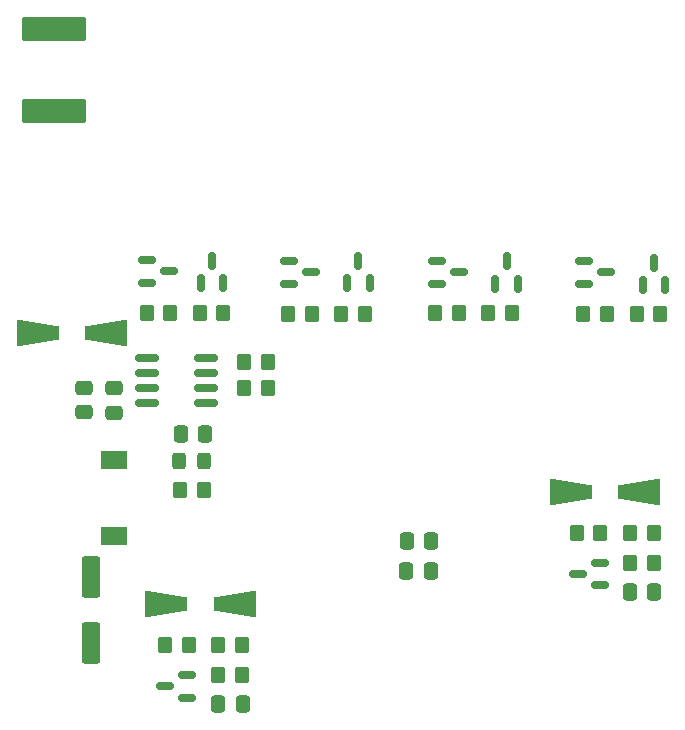
<source format=gbr>
%TF.GenerationSoftware,KiCad,Pcbnew,8.0.2-1*%
%TF.CreationDate,2024-05-28T09:05:20+02:00*%
%TF.ProjectId,Antenna Rotator,416e7465-6e6e-4612-9052-6f7461746f72,rev?*%
%TF.SameCoordinates,Original*%
%TF.FileFunction,Paste,Top*%
%TF.FilePolarity,Positive*%
%FSLAX46Y46*%
G04 Gerber Fmt 4.6, Leading zero omitted, Abs format (unit mm)*
G04 Created by KiCad (PCBNEW 8.0.2-1) date 2024-05-28 09:05:20*
%MOMM*%
%LPD*%
G01*
G04 APERTURE LIST*
G04 Aperture macros list*
%AMRoundRect*
0 Rectangle with rounded corners*
0 $1 Rounding radius*
0 $2 $3 $4 $5 $6 $7 $8 $9 X,Y pos of 4 corners*
0 Add a 4 corners polygon primitive as box body*
4,1,4,$2,$3,$4,$5,$6,$7,$8,$9,$2,$3,0*
0 Add four circle primitives for the rounded corners*
1,1,$1+$1,$2,$3*
1,1,$1+$1,$4,$5*
1,1,$1+$1,$6,$7*
1,1,$1+$1,$8,$9*
0 Add four rect primitives between the rounded corners*
20,1,$1+$1,$2,$3,$4,$5,0*
20,1,$1+$1,$4,$5,$6,$7,0*
20,1,$1+$1,$6,$7,$8,$9,0*
20,1,$1+$1,$8,$9,$2,$3,0*%
%AMOutline4P*
0 Free polygon, 4 corners , with rotation*
0 The origin of the aperture is its center*
0 number of corners: always 4*
0 $1 to $8 corner X, Y*
0 $9 Rotation angle, in degrees counterclockwise*
0 create outline with 4 corners*
4,1,4,$1,$2,$3,$4,$5,$6,$7,$8,$1,$2,$9*%
G04 Aperture macros list end*
%ADD10RoundRect,0.150000X-0.587500X-0.150000X0.587500X-0.150000X0.587500X0.150000X-0.587500X0.150000X0*%
%ADD11R,2.200000X1.500000*%
%ADD12RoundRect,0.150000X0.825000X0.150000X-0.825000X0.150000X-0.825000X-0.150000X0.825000X-0.150000X0*%
%ADD13RoundRect,0.250000X0.475000X-0.337500X0.475000X0.337500X-0.475000X0.337500X-0.475000X-0.337500X0*%
%ADD14RoundRect,0.250000X0.350000X0.450000X-0.350000X0.450000X-0.350000X-0.450000X0.350000X-0.450000X0*%
%ADD15RoundRect,0.250000X-0.550000X1.500000X-0.550000X-1.500000X0.550000X-1.500000X0.550000X1.500000X0*%
%ADD16RoundRect,0.250000X-0.350000X-0.450000X0.350000X-0.450000X0.350000X0.450000X-0.350000X0.450000X0*%
%ADD17RoundRect,0.250000X0.337500X0.475000X-0.337500X0.475000X-0.337500X-0.475000X0.337500X-0.475000X0*%
%ADD18RoundRect,0.250001X-2.474999X0.799999X-2.474999X-0.799999X2.474999X-0.799999X2.474999X0.799999X0*%
%ADD19Outline4P,-1.800000X-1.150000X1.800000X-0.550000X1.800000X0.550000X-1.800000X1.150000X0.000000*%
%ADD20Outline4P,-1.800000X-1.150000X1.800000X-0.550000X1.800000X0.550000X-1.800000X1.150000X180.000000*%
%ADD21RoundRect,0.150000X0.587500X0.150000X-0.587500X0.150000X-0.587500X-0.150000X0.587500X-0.150000X0*%
%ADD22RoundRect,0.250000X-0.337500X-0.475000X0.337500X-0.475000X0.337500X0.475000X-0.337500X0.475000X0*%
%ADD23RoundRect,0.250000X-0.325000X-0.450000X0.325000X-0.450000X0.325000X0.450000X-0.325000X0.450000X0*%
%ADD24RoundRect,0.150000X0.150000X-0.587500X0.150000X0.587500X-0.150000X0.587500X-0.150000X-0.587500X0*%
G04 APERTURE END LIST*
D10*
%TO.C,D8*%
X175500000Y-69500000D03*
X175500000Y-71400000D03*
X177375000Y-70450000D03*
%TD*%
D11*
%TO.C,L1*%
X160655000Y-86335000D03*
X160655000Y-92735000D03*
%TD*%
D12*
%TO.C,U1*%
X168475000Y-81505000D03*
X168475000Y-80235000D03*
X168475000Y-78965000D03*
X168475000Y-77695000D03*
X163525000Y-77695000D03*
X163525000Y-78965000D03*
X163525000Y-80235000D03*
X163525000Y-81505000D03*
%TD*%
D13*
%TO.C,C1*%
X160655000Y-82317500D03*
X160655000Y-80242500D03*
%TD*%
D14*
%TO.C,R17*%
X202437500Y-74000000D03*
X200437500Y-74000000D03*
%TD*%
D15*
%TO.C,C4*%
X158750000Y-96260000D03*
X158750000Y-101860000D03*
%TD*%
D14*
%TO.C,R14*%
X165450000Y-73875000D03*
X163450000Y-73875000D03*
%TD*%
%TO.C,R7*%
X206375000Y-92550000D03*
X204375000Y-92550000D03*
%TD*%
%TO.C,R10*%
X169950000Y-73875000D03*
X167950000Y-73875000D03*
%TD*%
D16*
%TO.C,R4*%
X165000000Y-102000000D03*
X167000000Y-102000000D03*
%TD*%
D14*
%TO.C,R8*%
X171500000Y-104500000D03*
X169500000Y-104500000D03*
%TD*%
%TO.C,R15*%
X177437500Y-74000000D03*
X175437500Y-74000000D03*
%TD*%
D10*
%TO.C,D7*%
X163512500Y-69425000D03*
X163512500Y-71325000D03*
X165387500Y-70375000D03*
%TD*%
D17*
%TO.C,C8*%
X206412500Y-97550000D03*
X204337500Y-97550000D03*
%TD*%
D14*
%TO.C,R1*%
X173720000Y-80264000D03*
X171720000Y-80264000D03*
%TD*%
D18*
%TO.C,F1*%
X155575000Y-49865000D03*
X155575000Y-56815000D03*
%TD*%
D19*
%TO.C,D1*%
X154220000Y-75565000D03*
D20*
X160020000Y-75565000D03*
%TD*%
D17*
%TO.C,C6*%
X187537500Y-93200000D03*
X185462500Y-93200000D03*
%TD*%
D21*
%TO.C,D6*%
X201875000Y-96950000D03*
X201875000Y-95050000D03*
X200000000Y-96000000D03*
%TD*%
D22*
%TO.C,C5*%
X185425000Y-95700000D03*
X187500000Y-95700000D03*
%TD*%
D23*
%TO.C,D2*%
X166234000Y-86400000D03*
X168284000Y-86400000D03*
%TD*%
D14*
%TO.C,R12*%
X194375000Y-73900000D03*
X192375000Y-73900000D03*
%TD*%
D17*
%TO.C,C3*%
X168423500Y-84100000D03*
X166348500Y-84100000D03*
%TD*%
D20*
%TO.C,D3*%
X170900000Y-98500000D03*
D19*
X165100000Y-98500000D03*
%TD*%
D14*
%TO.C,R13*%
X206937500Y-74000000D03*
X204937500Y-74000000D03*
%TD*%
D24*
%TO.C,Q4*%
X205437500Y-71500000D03*
X207337500Y-71500000D03*
X206387500Y-69625000D03*
%TD*%
D16*
%TO.C,R2*%
X171720000Y-78000000D03*
X173720000Y-78000000D03*
%TD*%
D14*
%TO.C,R9*%
X206375000Y-95050000D03*
X204375000Y-95050000D03*
%TD*%
D13*
%TO.C,C2*%
X158155000Y-82280000D03*
X158155000Y-80205000D03*
%TD*%
D20*
%TO.C,D4*%
X205175000Y-89050000D03*
D19*
X199375000Y-89050000D03*
%TD*%
D24*
%TO.C,Q1*%
X168050000Y-71375000D03*
X169950000Y-71375000D03*
X169000000Y-69500000D03*
%TD*%
D14*
%TO.C,R6*%
X171500000Y-102000000D03*
X169500000Y-102000000D03*
%TD*%
D21*
%TO.C,D5*%
X166875000Y-106450000D03*
X166875000Y-104550000D03*
X165000000Y-105500000D03*
%TD*%
D24*
%TO.C,Q3*%
X192975000Y-71400000D03*
X194875000Y-71400000D03*
X193925000Y-69525000D03*
%TD*%
D16*
%TO.C,R5*%
X199875000Y-92550000D03*
X201875000Y-92550000D03*
%TD*%
D14*
%TO.C,R11*%
X181937500Y-74000000D03*
X179937500Y-74000000D03*
%TD*%
D10*
%TO.C,D10*%
X200500000Y-69500000D03*
X200500000Y-71400000D03*
X202375000Y-70450000D03*
%TD*%
D14*
%TO.C,R3*%
X168275000Y-88900000D03*
X166275000Y-88900000D03*
%TD*%
D10*
%TO.C,D9*%
X188000000Y-69500000D03*
X188000000Y-71400000D03*
X189875000Y-70450000D03*
%TD*%
D17*
%TO.C,C7*%
X171575000Y-107000000D03*
X169500000Y-107000000D03*
%TD*%
D14*
%TO.C,R16*%
X189875000Y-73900000D03*
X187875000Y-73900000D03*
%TD*%
D24*
%TO.C,Q2*%
X180425000Y-71387500D03*
X182325000Y-71387500D03*
X181375000Y-69512500D03*
%TD*%
M02*

</source>
